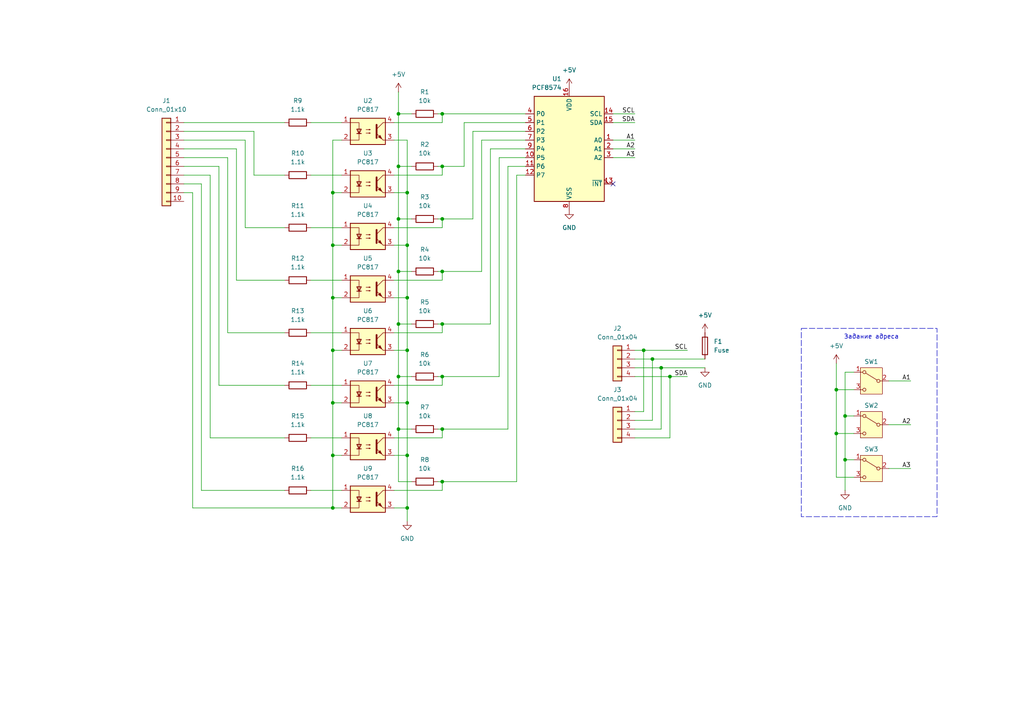
<source format=kicad_sch>
(kicad_sch (version 20231120) (generator "eeschema") (generator_version "8.0")
  (paper "A4")
  (lib_symbols
    (symbol "Connector_Generic:Conn_01x04" (pin_names (offset 1.016) hide)
      (property "Reference" "J" (at 0 5.08 0))
      (property "Value" "Conn_01x04" (at 0 -7.62 0))
      (symbol "Conn_01x04_1_1"
        (rectangle (start -1.27 -4.953) (end 0 -5.207) (stroke (width 0.1524)))
        (rectangle (start -1.27 -2.413) (end 0 -2.667) (stroke (width 0.1524)))
        (rectangle (start -1.27 0.127) (end 0 -0.127) (stroke (width 0.1524)))
        (rectangle (start -1.27 2.667) (end 0 2.413) (stroke (width 0.1524)))
        (rectangle (start -1.27 3.81) (end 1.27 -6.35) (stroke (width 0.254)) (fill (type background)))
        (pin passive line (at -5.08 2.54 0) (length 3.81) (name "Pin_1") (number "1"))
        (pin passive line (at -5.08 0 0) (length 3.81) (name "Pin_2") (number "2"))
        (pin passive line (at -5.08 -2.54 0) (length 3.81) (name "Pin_3") (number "3"))
        (pin passive line (at -5.08 -5.08 0) (length 3.81) (name "Pin_4") (number "4"))
      )
    )
    (symbol "Connector_Generic:Conn_01x10" (pin_names (offset 1.016) hide)
      (property "Reference" "J" (at 0 12.7 0))
      (property "Value" "Conn_01x10" (at 0 -15.24 0))
      (symbol "Conn_01x10_1_1"
        (rectangle (start -1.27 -12.573) (end 0 -12.827) (stroke (width 0.1524)))
        (rectangle (start -1.27 -10.033) (end 0 -10.287) (stroke (width 0.1524)))
        (rectangle (start -1.27 -7.493) (end 0 -7.747) (stroke (width 0.1524)))
        (rectangle (start -1.27 -4.953) (end 0 -5.207) (stroke (width 0.1524)))
        (rectangle (start -1.27 -2.413) (end 0 -2.667) (stroke (width 0.1524)))
        (rectangle (start -1.27 0.127) (end 0 -0.127) (stroke (width 0.1524)))
        (rectangle (start -1.27 2.667) (end 0 2.413) (stroke (width 0.1524)))
        (rectangle (start -1.27 5.207) (end 0 4.953) (stroke (width 0.1524)))
        (rectangle (start -1.27 7.747) (end 0 7.493) (stroke (width 0.1524)))
        (rectangle (start -1.27 10.287) (end 0 10.033) (stroke (width 0.1524)))
        (rectangle (start -1.27 11.43) (end 1.27 -13.97) (stroke (width 0.254)) (fill (type background)))
        (pin passive line (at -5.08 10.16 0) (length 3.81) (name "Pin_1") (number "1"))
        (pin passive line (at -5.08 -12.7 0) (length 3.81) (name "Pin_10") (number "10"))
        (pin passive line (at -5.08 7.62 0) (length 3.81) (name "Pin_2") (number "2"))
        (pin passive line (at -5.08 5.08 0) (length 3.81) (name "Pin_3") (number "3"))
        (pin passive line (at -5.08 2.54 0) (length 3.81) (name "Pin_4") (number "4"))
        (pin passive line (at -5.08 0 0) (length 3.81) (name "Pin_5") (number "5"))
        (pin passive line (at -5.08 -2.54 0) (length 3.81) (name "Pin_6") (number "6"))
        (pin passive line (at -5.08 -5.08 0) (length 3.81) (name "Pin_7") (number "7"))
        (pin passive line (at -5.08 -7.62 0) (length 3.81) (name "Pin_8") (number "8"))
        (pin passive line (at -5.08 -10.16 0) (length 3.81) (name "Pin_9") (number "9"))
      )
    )
    (symbol "Device:Fuse" (pin_numbers hide) (pin_names (offset 0))
      (property "Reference" "F" (at 2.032 0 90))
      (property "Value" "Fuse" (at -1.905 0 90))
      (symbol "Fuse_0_1"
        (rectangle (start -0.762 -2.54) (end 0.762 2.54) (stroke (width 0.254)))
        (polyline (pts (xy 0 2.54) (xy 0 -2.54)))
      )
      (symbol "Fuse_1_1"
        (pin passive line (at 0 3.81 270) (length 1.27) (name "~") (number "1"))
        (pin passive line (at 0 -3.81 90) (length 1.27) (name "~") (number "2"))
      )
    )
    (symbol "Device:R" (pin_numbers hide) (pin_names (offset 0))
      (property "Reference" "R" (at 2.032 0 90))
      (property "Value" "R" (at 0 0 90))
      (symbol "R_0_1"
        (rectangle (start -1.016 -2.54) (end 1.016 2.54) (stroke (width 0.254)))
      )
      (symbol "R_1_1"
        (pin passive line (at 0 3.81 270) (length 1.27) (name "~") (number "1"))
        (pin passive line (at 0 -3.81 90) (length 1.27) (name "~") (number "2"))
      )
    )
    (symbol "Interface_Expansion:PCF8574"
      (property "Reference" "U" (at -8.89 16.51 0))
      (property "Value" "PCF8574" (at 2.54 16.51 0))
      (symbol "PCF8574_0_1"
        (rectangle (start -10.16 15.24) (end 10.16 -15.24) (stroke (width 0.254)) (fill (type background)))
      )
      (symbol "PCF8574_1_1"
        (pin input line (at -12.7 2.54 0) (length 2.54) (name "A0") (number "1"))
        (pin bidirectional line (at 12.7 -2.54 180) (length 2.54) (name "P5") (number "10"))
        (pin bidirectional line (at 12.7 -5.08 180) (length 2.54) (name "P6") (number "11"))
        (pin bidirectional line (at 12.7 -7.62 180) (length 2.54) (name "P7") (number "12"))
        (pin open_collector output_low (at -12.7 -10.16 0) (length 2.54) (name "~{INT}") (number "13"))
        (pin input line (at -12.7 10.16 0) (length 2.54) (name "SCL") (number "14"))
        (pin bidirectional line (at -12.7 7.62 0) (length 2.54) (name "SDA") (number "15"))
        (pin power_in line (at 0 17.78 270) (length 2.54) (name "VDD") (number "16"))
        (pin input line (at -12.7 0 0) (length 2.54) (name "A1") (number "2"))
        (pin input line (at -12.7 -2.54 0) (length 2.54) (name "A2") (number "3"))
        (pin bidirectional line (at 12.7 10.16 180) (length 2.54) (name "P0") (number "4"))
        (pin bidirectional line (at 12.7 7.62 180) (length 2.54) (name "P1") (number "5"))
        (pin bidirectional line (at 12.7 5.08 180) (length 2.54) (name "P2") (number "6"))
        (pin bidirectional line (at 12.7 2.54 180) (length 2.54) (name "P3") (number "7"))
        (pin power_in line (at 0 -17.78 90) (length 2.54) (name "VSS") (number "8"))
        (pin bidirectional line (at 12.7 0 180) (length 2.54) (name "P4") (number "9"))
      )
    )
    (symbol "Isolator:PC817" (pin_names (offset 1.016))
      (property "Reference" "U" (at -5.08 5.08 0))
      (property "Value" "PC817" (at 0 5.08 0))
      (symbol "PC817_0_1"
        (rectangle (start -5.08 3.81) (end 5.08 -3.81) (stroke (width 0.254)) (fill (type background)))
        (polyline (pts (xy -3.175 -0.635) (xy -1.905 -0.635)) (stroke (width 0.254)))
        (polyline (pts (xy 2.54 0.635) (xy 4.445 2.54)))
        (polyline (pts (xy 4.445 -2.54) (xy 2.54 -0.635)) (fill (type outline)))
        (polyline (pts (xy 4.445 -2.54) (xy 5.08 -2.54)))
        (polyline (pts (xy 4.445 2.54) (xy 5.08 2.54)))
        (polyline (pts (xy -5.08 2.54) (xy -2.54 2.54) (xy -2.54 -0.635)))
        (polyline (pts (xy -2.54 -0.635) (xy -2.54 -2.54) (xy -5.08 -2.54)))
        (polyline (pts (xy 2.54 1.905) (xy 2.54 -1.905) (xy 2.54 -1.905)) (stroke (width 0.508)))
        (polyline (pts (xy -2.54 -0.635) (xy -3.175 0.635) (xy -1.905 0.635) (xy -2.54 -0.635)) (stroke (width 0.254)))
        (polyline (pts (xy -0.508 -0.508) (xy 0.762 -0.508) (xy 0.381 -0.635) (xy 0.381 -0.381) (xy 0.762 -0.508)))
        (polyline (pts (xy -0.508 0.508) (xy 0.762 0.508) (xy 0.381 0.381) (xy 0.381 0.635) (xy 0.762 0.508)))
        (polyline (pts (xy 3.048 -1.651) (xy 3.556 -1.143) (xy 4.064 -2.159) (xy 3.048 -1.651) (xy 3.048 -1.651)) (fill (type outline)))
      )
      (symbol "PC817_1_1"
        (pin passive line (at -7.62 2.54 0) (length 2.54) (name "~") (number "1"))
        (pin passive line (at -7.62 -2.54 0) (length 2.54) (name "~") (number "2"))
        (pin passive line (at 7.62 -2.54 180) (length 2.54) (name "~") (number "3"))
        (pin passive line (at 7.62 2.54 180) (length 2.54) (name "~") (number "4"))
      )
    )
    (symbol "Switch:SW_SPDT" (pin_names (offset 0) hide)
      (property "Reference" "SW" (at 0 5.08 0))
      (property "Value" "SW_SPDT" (at 0 -5.08 0))
      (symbol "SW_SPDT_0_1"
        (circle (center -2.032 0) (radius 0.4572))
        (polyline (pts (xy -1.651 0.254) (xy 1.651 2.286)))
        (circle (center 2.032 -2.54) (radius 0.4572))
        (circle (center 2.032 2.54) (radius 0.4572))
      )
      (symbol "SW_SPDT_1_1"
        (rectangle (start -3.175 3.81) (end 3.175 -3.81) (fill (type background)))
        (pin passive line (at 5.08 2.54 180) (length 2.54) (name "A") (number "1"))
        (pin passive line (at -5.08 0 0) (length 2.54) (name "B") (number "2"))
        (pin passive line (at 5.08 -2.54 180) (length 2.54) (name "C") (number "3"))
      )
    )
    (symbol "power:+5V" (power) (pin_numbers hide) (pin_names (offset 0) hide)
      (property "Value" "+5V" (at 0 3.556 0))
      (symbol "+5V_0_1"
        (polyline (pts (xy -0.762 1.27) (xy 0 2.54)))
        (polyline (pts (xy 0 0) (xy 0 2.54)))
        (polyline (pts (xy 0 2.54) (xy 0.762 1.27)))
      )
      (symbol "+5V_1_1"
        (pin power_in line (at 0 0 90) (length 0) (name "~") (number "1"))
      )
    )
    (symbol "power:GND" (power) (pin_numbers hide) (pin_names (offset 0) hide)
      (property "Value" "GND" (at 0 -3.81 0))
      (symbol "GND_0_1"
        (polyline (pts (xy 0 0) (xy 0 -1.27) (xy 1.27 -1.27) (xy 0 -2.54) (xy -1.27 -1.27) (xy 0 -1.27)))
      )
      (symbol "GND_1_1"
        (pin power_in line (at 0 0 270) (length 0) (name "~") (number "1"))
      )
    )
  )
  (junction (at 118.11 71.12))
  (junction (at 118.11 55.88))
  (junction (at 242.57 125.73))
  (junction (at 115.57 48.26))
  (junction (at 115.57 78.74))
  (junction (at 242.57 113.03))
  (junction (at 118.11 101.6))
  (junction (at 96.52 132.08))
  (junction (at 128.27 63.5))
  (junction (at 115.57 109.22))
  (junction (at 194.31 109.22))
  (junction (at 96.52 101.6))
  (junction (at 128.27 78.74))
  (junction (at 118.11 132.08))
  (junction (at 115.57 63.5))
  (junction (at 186.69 101.6))
  (junction (at 245.11 133.35))
  (junction (at 128.27 124.46))
  (junction (at 128.27 33.02))
  (junction (at 118.11 116.84))
  (junction (at 128.27 48.26))
  (junction (at 128.27 93.98))
  (junction (at 118.11 86.36))
  (junction (at 96.52 147.32))
  (junction (at 245.11 120.65))
  (junction (at 96.52 116.84))
  (junction (at 115.57 124.46))
  (junction (at 96.52 55.88))
  (junction (at 115.57 33.02))
  (junction (at 115.57 93.98))
  (junction (at 118.11 147.32))
  (junction (at 191.77 106.68))
  (junction (at 128.27 109.22))
  (junction (at 189.23 104.14))
  (junction (at 96.52 71.12))
  (junction (at 96.52 86.36))
  (junction (at 128.27 139.7))
  (no_connect (at 177.8 53.34))
  (wire (pts (xy 177.8 40.64) (xy 184.15 40.64)))
  (wire (pts (xy 134.62 48.26) (xy 134.62 35.56)))
  (wire (pts (xy 147.32 48.26) (xy 147.32 124.46)))
  (wire (pts (xy 149.86 50.8) (xy 149.86 139.7)))
  (wire (pts (xy 119.38 93.98) (xy 115.57 93.98)))
  (wire (pts (xy 90.17 66.04) (xy 99.06 66.04)))
  (wire (pts (xy 53.34 53.34) (xy 58.42 53.34)))
  (wire (pts (xy 53.34 55.88) (xy 55.88 55.88)))
  (wire (pts (xy 191.77 106.68) (xy 204.47 106.68)))
  (wire (pts (xy 115.57 124.46) (xy 115.57 139.7)))
  (wire (pts (xy 90.17 35.56) (xy 99.06 35.56)))
  (wire (pts (xy 73.66 50.8) (xy 82.55 50.8)))
  (wire (pts (xy 128.27 48.26) (xy 128.27 50.8)))
  (wire (pts (xy 128.27 63.5) (xy 137.16 63.5)))
  (wire (pts (xy 127 48.26) (xy 128.27 48.26)))
  (wire (pts (xy 118.11 116.84) (xy 118.11 132.08)))
  (wire (pts (xy 96.52 116.84) (xy 99.06 116.84)))
  (wire (pts (xy 115.57 33.02) (xy 115.57 26.67)))
  (wire (pts (xy 128.27 33.02) (xy 152.4 33.02)))
  (wire (pts (xy 60.96 127) (xy 60.96 50.8)))
  (wire (pts (xy 114.3 127) (xy 128.27 127)))
  (wire (pts (xy 247.65 107.95) (xy 245.11 107.95)))
  (wire (pts (xy 96.52 132.08) (xy 96.52 116.84)))
  (wire (pts (xy 114.3 66.04) (xy 128.27 66.04)))
  (wire (pts (xy 118.11 71.12) (xy 118.11 86.36)))
  (wire (pts (xy 96.52 55.88) (xy 99.06 55.88)))
  (wire (pts (xy 96.52 116.84) (xy 96.52 101.6)))
  (wire (pts (xy 114.3 116.84) (xy 118.11 116.84)))
  (wire (pts (xy 114.3 147.32) (xy 118.11 147.32)))
  (wire (pts (xy 128.27 139.7) (xy 149.86 139.7)))
  (wire (pts (xy 184.15 121.92) (xy 189.23 121.92)))
  (wire (pts (xy 247.65 138.43) (xy 242.57 138.43)))
  (wire (pts (xy 186.69 119.38) (xy 186.69 101.6)))
  (wire (pts (xy 194.31 127) (xy 194.31 109.22)))
  (wire (pts (xy 128.27 139.7) (xy 128.27 142.24)))
  (wire (pts (xy 245.11 107.95) (xy 245.11 120.65)))
  (wire (pts (xy 152.4 50.8) (xy 149.86 50.8)))
  (wire (pts (xy 137.16 38.1) (xy 137.16 63.5)))
  (wire (pts (xy 90.17 127) (xy 99.06 127)))
  (wire (pts (xy 257.81 110.49) (xy 264.16 110.49)))
  (wire (pts (xy 118.11 55.88) (xy 118.11 71.12)))
  (wire (pts (xy 191.77 124.46) (xy 191.77 106.68)))
  (wire (pts (xy 194.31 109.22) (xy 199.39 109.22)))
  (wire (pts (xy 63.5 111.76) (xy 82.55 111.76)))
  (wire (pts (xy 114.3 71.12) (xy 118.11 71.12)))
  (wire (pts (xy 177.8 45.72) (xy 184.15 45.72)))
  (wire (pts (xy 82.55 127) (xy 60.96 127)))
  (wire (pts (xy 242.57 125.73) (xy 242.57 138.43)))
  (wire (pts (xy 90.17 111.76) (xy 99.06 111.76)))
  (wire (pts (xy 144.78 45.72) (xy 144.78 109.22)))
  (wire (pts (xy 177.8 43.18) (xy 184.15 43.18)))
  (wire (pts (xy 114.3 55.88) (xy 118.11 55.88)))
  (wire (pts (xy 127 124.46) (xy 128.27 124.46)))
  (wire (pts (xy 96.52 86.36) (xy 96.52 71.12)))
  (wire (pts (xy 90.17 81.28) (xy 99.06 81.28)))
  (wire (pts (xy 184.15 104.14) (xy 189.23 104.14)))
  (wire (pts (xy 152.4 48.26) (xy 147.32 48.26)))
  (wire (pts (xy 115.57 109.22) (xy 115.57 124.46)))
  (wire (pts (xy 53.34 40.64) (xy 71.12 40.64)))
  (wire (pts (xy 96.52 101.6) (xy 99.06 101.6)))
  (wire (pts (xy 114.3 101.6) (xy 118.11 101.6)))
  (wire (pts (xy 53.34 45.72) (xy 66.04 45.72)))
  (wire (pts (xy 184.15 119.38) (xy 186.69 119.38)))
  (wire (pts (xy 134.62 35.56) (xy 152.4 35.56)))
  (wire (pts (xy 119.38 63.5) (xy 115.57 63.5)))
  (wire (pts (xy 245.11 120.65) (xy 245.11 133.35)))
  (wire (pts (xy 114.3 86.36) (xy 118.11 86.36)))
  (wire (pts (xy 177.8 33.02) (xy 184.15 33.02)))
  (wire (pts (xy 139.7 40.64) (xy 139.7 78.74)))
  (wire (pts (xy 142.24 43.18) (xy 142.24 93.98)))
  (wire (pts (xy 189.23 121.92) (xy 189.23 104.14)))
  (wire (pts (xy 184.15 109.22) (xy 194.31 109.22)))
  (wire (pts (xy 115.57 78.74) (xy 115.57 63.5)))
  (wire (pts (xy 115.57 48.26) (xy 115.57 63.5)))
  (wire (pts (xy 68.58 81.28) (xy 82.55 81.28)))
  (wire (pts (xy 96.52 101.6) (xy 96.52 86.36)))
  (wire (pts (xy 96.52 86.36) (xy 99.06 86.36)))
  (wire (pts (xy 127 78.74) (xy 128.27 78.74)))
  (wire (pts (xy 53.34 38.1) (xy 73.66 38.1)))
  (wire (pts (xy 96.52 147.32) (xy 96.52 132.08)))
  (wire (pts (xy 127 93.98) (xy 128.27 93.98)))
  (wire (pts (xy 96.52 147.32) (xy 99.06 147.32)))
  (wire (pts (xy 114.3 132.08) (xy 118.11 132.08)))
  (wire (pts (xy 53.34 50.8) (xy 60.96 50.8)))
  (wire (pts (xy 152.4 40.64) (xy 139.7 40.64)))
  (wire (pts (xy 58.42 142.24) (xy 82.55 142.24)))
  (wire (pts (xy 118.11 101.6) (xy 118.11 116.84)))
  (wire (pts (xy 119.38 48.26) (xy 115.57 48.26)))
  (wire (pts (xy 128.27 124.46) (xy 128.27 127)))
  (wire (pts (xy 114.3 111.76) (xy 128.27 111.76)))
  (wire (pts (xy 127 109.22) (xy 128.27 109.22)))
  (wire (pts (xy 96.52 71.12) (xy 96.52 55.88)))
  (wire (pts (xy 152.4 43.18) (xy 142.24 43.18)))
  (wire (pts (xy 82.55 66.04) (xy 71.12 66.04)))
  (wire (pts (xy 63.5 48.26) (xy 63.5 111.76)))
  (wire (pts (xy 119.38 33.02) (xy 115.57 33.02)))
  (wire (pts (xy 184.15 101.6) (xy 186.69 101.6)))
  (wire (pts (xy 119.38 124.46) (xy 115.57 124.46)))
  (wire (pts (xy 53.34 48.26) (xy 63.5 48.26)))
  (wire (pts (xy 96.52 40.64) (xy 99.06 40.64)))
  (wire (pts (xy 247.65 133.35) (xy 245.11 133.35)))
  (wire (pts (xy 257.81 135.89) (xy 264.16 135.89)))
  (wire (pts (xy 55.88 55.88) (xy 55.88 147.32)))
  (wire (pts (xy 114.3 81.28) (xy 128.27 81.28)))
  (wire (pts (xy 128.27 48.26) (xy 134.62 48.26)))
  (wire (pts (xy 127 139.7) (xy 128.27 139.7)))
  (wire (pts (xy 128.27 33.02) (xy 127 33.02)))
  (wire (pts (xy 247.65 113.03) (xy 242.57 113.03)))
  (wire (pts (xy 128.27 93.98) (xy 128.27 96.52)))
  (wire (pts (xy 127 63.5) (xy 128.27 63.5)))
  (wire (pts (xy 115.57 93.98) (xy 115.57 109.22)))
  (wire (pts (xy 90.17 96.52) (xy 99.06 96.52)))
  (wire (pts (xy 184.15 127) (xy 194.31 127)))
  (wire (pts (xy 247.65 120.65) (xy 245.11 120.65)))
  (wire (pts (xy 53.34 35.56) (xy 82.55 35.56)))
  (wire (pts (xy 96.52 55.88) (xy 96.52 40.64)))
  (wire (pts (xy 114.3 50.8) (xy 128.27 50.8)))
  (wire (pts (xy 118.11 86.36) (xy 118.11 101.6)))
  (wire (pts (xy 128.27 124.46) (xy 147.32 124.46)))
  (wire (pts (xy 119.38 139.7) (xy 115.57 139.7)))
  (wire (pts (xy 73.66 38.1) (xy 73.66 50.8)))
  (wire (pts (xy 242.57 113.03) (xy 242.57 125.73)))
  (wire (pts (xy 189.23 104.14) (xy 204.47 104.14)))
  (wire (pts (xy 115.57 78.74) (xy 115.57 93.98)))
  (wire (pts (xy 118.11 147.32) (xy 118.11 151.13)))
  (wire (pts (xy 128.27 109.22) (xy 144.78 109.22)))
  (wire (pts (xy 96.52 132.08) (xy 99.06 132.08)))
  (wire (pts (xy 245.11 133.35) (xy 245.11 142.24)))
  (wire (pts (xy 128.27 78.74) (xy 139.7 78.74)))
  (wire (pts (xy 118.11 40.64) (xy 118.11 55.88)))
  (wire (pts (xy 82.55 96.52) (xy 66.04 96.52)))
  (wire (pts (xy 119.38 78.74) (xy 115.57 78.74)))
  (wire (pts (xy 53.34 43.18) (xy 68.58 43.18)))
  (wire (pts (xy 152.4 38.1) (xy 137.16 38.1)))
  (wire (pts (xy 177.8 35.56) (xy 184.15 35.56)))
  (wire (pts (xy 68.58 43.18) (xy 68.58 81.28)))
  (wire (pts (xy 186.69 101.6) (xy 199.39 101.6)))
  (wire (pts (xy 242.57 113.03) (xy 242.57 105.41)))
  (wire (pts (xy 114.3 35.56) (xy 128.27 35.56)))
  (wire (pts (xy 152.4 45.72) (xy 144.78 45.72)))
  (wire (pts (xy 118.11 132.08) (xy 118.11 147.32)))
  (wire (pts (xy 66.04 96.52) (xy 66.04 45.72)))
  (wire (pts (xy 128.27 35.56) (xy 128.27 33.02)))
  (wire (pts (xy 128.27 93.98) (xy 142.24 93.98)))
  (wire (pts (xy 55.88 147.32) (xy 96.52 147.32)))
  (wire (pts (xy 115.57 48.26) (xy 115.57 33.02)))
  (wire (pts (xy 114.3 40.64) (xy 118.11 40.64)))
  (wire (pts (xy 96.52 71.12) (xy 99.06 71.12)))
  (wire (pts (xy 114.3 142.24) (xy 128.27 142.24)))
  (wire (pts (xy 128.27 109.22) (xy 128.27 111.76)))
  (wire (pts (xy 90.17 142.24) (xy 99.06 142.24)))
  (wire (pts (xy 90.17 50.8) (xy 99.06 50.8)))
  (wire (pts (xy 114.3 96.52) (xy 128.27 96.52)))
  (wire (pts (xy 257.81 123.19) (xy 264.16 123.19)))
  (wire (pts (xy 184.15 106.68) (xy 191.77 106.68)))
  (wire (pts (xy 247.65 125.73) (xy 242.57 125.73)))
  (wire (pts (xy 119.38 109.22) (xy 115.57 109.22)))
  (wire (pts (xy 128.27 63.5) (xy 128.27 66.04)))
  (wire (pts (xy 128.27 78.74) (xy 128.27 81.28)))
  (wire (pts (xy 71.12 66.04) (xy 71.12 40.64)))
  (wire (pts (xy 58.42 53.34) (xy 58.42 142.24)))
  (wire (pts (xy 184.15 124.46) (xy 191.77 124.46)))
  (rectangle (start 232.41 95.25) (end 271.78 149.86) (stroke (width 0) (type dash)))
  (text "Непонятно, на основании чего автор берет токоограничивающий резистор \nдля оптопары номиналом 1Kom. Если сам же пишет, что напряжение питания 1,2 В, \nпри токе 20 мА (0,02 А), осталось добавить U на выходе из МК. \nЕсли взять из расчета что МК работает от 3,3V, и на выходе у нас не больше \nэтого значения будет. Делаем расчет и получаем R = (3.3 - 1.2)/0.02 = 105Ом.\nА если учесть что для esp8266 максимальный ток с пина GPIO - не более 12 мА.\n Берм туже формулу R = (Uпит - Uпад)/I = 140Ом." (at 47.244 230.632 0) (effects (font (size 1.27 1.27))))
  (text "Задание адреса" (at 252.73 97.79 0) (effects (font (size 1.27 1.27))))
  (label "SDA" (at 184.15 35.56 180))
  (label "A2" (at 264.16 123.19 180))
  (label "SDA" (at 199.39 109.22 180))
  (label "A1" (at 264.16 110.49 180))
  (label "A3" (at 264.16 135.89 180))
  (label "A1" (at 184.15 40.64 180))
  (label "A2" (at 184.15 43.18 180))
  (label "A3" (at 184.15 45.72 180))
  (label "SCL" (at 184.15 33.02 180))
  (label "SCL" (at 199.39 101.6 180))
  (symbol (lib_id "Isolator:PC817") (at 106.68 144.78 0) (unit 1)
    (property "Reference" "U9" (at 106.68 135.89 0))
    (property "Value" "PC817" (at 106.68 138.43 0))
    (property "Footprint" "Package_DIP:DIP-4_W7.62mm" (effects (hide yes)))
    (property "Datasheet" "http://www.soselectronic.cz/a_info/resource/d/pc817.pdf" (effects (hide yes)))
    (property "Description" "DC Optocoupler, Vce 35V, CTR 50-300%, DIP-4" (effects (hide yes)))
  )
  (symbol (lib_id "Device:R") (at 86.36 66.04 90) (unit 1)
    (property "Reference" "R11" (at 86.36 59.69 90))
    (property "Value" "1.1k" (at 86.36 62.23 90))
    (property "Description" "Resistor" (effects (hide yes)))
  )
  (symbol (lib_id "Device:R") (at 86.36 96.52 90) (unit 1)
    (property "Reference" "R13" (at 86.36 90.17 90))
    (property "Value" "1.1k" (at 86.36 92.71 90))
    (property "Description" "Resistor" (effects (hide yes)))
  )
  (symbol (lib_id "Connector_Generic:Conn_01x04") (at 179.07 104.14 0) (mirror y) (unit 1)
    (property "Reference" "J2" (at 179.07 95.25 0))
    (property "Value" "Conn_01x04" (at 179.07 97.79 0))
    (property "Footprint" "Connector_PinHeader_2.54mm:PinHeader_1x04_P2.54mm_Horizontal" (effects (hide yes)))
    (property "Description" "Generic connector, single row, 01x04, script generated (kicad-library-utils/schlib/autogen/connector/)" (effects (hide yes)))
  )
  (symbol (lib_id "Device:R") (at 123.19 109.22 90) (unit 1)
    (property "Reference" "R6" (at 123.19 102.87 90))
    (property "Value" "10k" (at 123.19 105.41 90))
    (property "Description" "Resistor" (effects (hide yes)))
  )
  (symbol (lib_id "power:+5V") (at 204.47 96.52 0) (unit 1)
    (property "Reference" "#PWR03" (effects (hide yes)))
    (property "Value" "+5V" (at 204.47 91.44 0))
    (property "Description" "Power symbol creates a global label with name \"+5V\"" (effects (hide yes)))
  )
  (symbol (lib_id "Device:R") (at 123.19 78.74 90) (unit 1)
    (property "Reference" "R4" (at 123.19 72.39 90))
    (property "Value" "10k" (at 123.19 74.93 90))
    (property "Description" "Resistor" (effects (hide yes)))
  )
  (symbol (lib_id "Device:Fuse") (at 204.47 100.33 0) (unit 1)
    (property "Reference" "F1" (at 207.01 99.0599 0) (effects (justify left)))
    (property "Value" "Fuse" (at 207.01 101.5999 0) (effects (justify left)))
    (property "Footprint" "Fuse:Fuseholder_Cylinder-5x20mm_Schurter_0031_8201_Horizontal_Open" (effects (hide yes)))
    (property "Description" "Fuse" (effects (hide yes)))
  )
  (symbol (lib_id "Device:R") (at 123.19 33.02 90) (unit 1)
    (property "Reference" "R1" (at 123.19 26.67 90))
    (property "Value" "10k" (at 123.19 29.21 90))
    (property "Description" "Resistor" (effects (hide yes)))
  )
  (symbol (lib_id "Device:R") (at 123.19 124.46 90) (unit 1)
    (property "Reference" "R7" (at 123.19 118.11 90))
    (property "Value" "10k" (at 123.19 120.65 90))
    (property "Description" "Resistor" (effects (hide yes)))
  )
  (symbol (lib_id "Isolator:PC817") (at 106.68 114.3 0) (unit 1)
    (property "Reference" "U7" (at 106.68 105.41 0))
    (property "Value" "PC817" (at 106.68 107.95 0))
    (property "Footprint" "Package_DIP:DIP-4_W7.62mm" (effects (hide yes)))
    (property "Datasheet" "http://www.soselectronic.cz/a_info/resource/d/pc817.pdf" (effects (hide yes)))
    (property "Description" "DC Optocoupler, Vce 35V, CTR 50-300%, DIP-4" (effects (hide yes)))
  )
  (symbol (lib_id "Isolator:PC817") (at 106.68 68.58 0) (unit 1)
    (property "Reference" "U4" (at 106.68 59.69 0))
    (property "Value" "PC817" (at 106.68 62.23 0))
    (property "Footprint" "Package_DIP:DIP-4_W7.62mm" (effects (hide yes)))
    (property "Datasheet" "http://www.soselectronic.cz/a_info/resource/d/pc817.pdf" (effects (hide yes)))
    (property "Description" "DC Optocoupler, Vce 35V, CTR 50-300%, DIP-4" (effects (hide yes)))
  )
  (symbol (lib_id "Connector_Generic:Conn_01x04") (at 179.07 121.92 0) (mirror y) (unit 1)
    (property "Reference" "J3" (at 179.07 113.03 0))
    (property "Value" "Conn_01x04" (at 179.07 115.57 0))
    (property "Footprint" "Connector_PinHeader_2.54mm:PinHeader_1x04_P2.54mm_Horizontal" (effects (hide yes)))
    (property "Description" "Generic connector, single row, 01x04, script generated (kicad-library-utils/schlib/autogen/connector/)" (effects (hide yes)))
  )
  (symbol (lib_id "power:+5V") (at 115.57 26.67 0) (unit 1)
    (property "Reference" "#PWR01" (effects (hide yes)))
    (property "Value" "+5V" (at 115.57 21.59 0))
    (property "Description" "Power symbol creates a global label with name \"+5V\"" (effects (hide yes)))
  )
  (symbol (lib_id "power:GND") (at 204.47 106.68 0) (unit 1)
    (property "Reference" "#PWR04" (effects (hide yes)))
    (property "Value" "GND" (at 204.47 111.76 0))
    (property "Description" "Power symbol creates a global label with name \"GND\" , ground" (effects (hide yes)))
  )
  (symbol (lib_id "Device:R") (at 86.36 127 90) (unit 1)
    (property "Reference" "R15" (at 86.36 120.65 90))
    (property "Value" "1.1k" (at 86.36 123.19 90))
    (property "Description" "Resistor" (effects (hide yes)))
  )
  (symbol (lib_id "Switch:SW_SPDT") (at 252.73 135.89 0) (mirror y) (unit 1)
    (property "Reference" "SW3" (at 252.73 130.302 0))
    (property "Value" "SW_SPDT" (effects (hide yes)))
    (property "Footprint" "Button_Switch_THT:SW_Slide_SPDT_Straight_CK_OS102011MS2Q" (effects (hide yes)))
    (property "Description" "Switch, single pole double throw" (effects (hide yes)))
  )
  (symbol (lib_id "Switch:SW_SPDT") (at 252.73 123.19 0) (mirror y) (unit 1)
    (property "Reference" "SW2" (at 252.73 117.602 0))
    (property "Value" "SW_SPDT" (effects (hide yes)))
    (property "Footprint" "Button_Switch_THT:SW_Slide_SPDT_Straight_CK_OS102011MS2Q" (effects (hide yes)))
    (property "Description" "Switch, single pole double throw" (effects (hide yes)))
  )
  (symbol (lib_id "Device:R") (at 86.36 35.56 90) (unit 1)
    (property "Reference" "R9" (at 86.36 29.21 90))
    (property "Value" "1.1k" (at 86.36 31.75 90))
    (property "Description" "Resistor" (effects (hide yes)))
  )
  (symbol (lib_id "Device:R") (at 123.19 93.98 90) (unit 1)
    (property "Reference" "R5" (at 123.19 87.63 90))
    (property "Value" "10k" (at 123.19 90.17 90))
    (property "Description" "Resistor" (effects (hide yes)))
  )
  (symbol (lib_id "Device:R") (at 86.36 142.24 90) (unit 1)
    (property "Reference" "R16" (at 86.36 135.89 90))
    (property "Value" "1.1k" (at 86.36 138.43 90))
    (property "Description" "Resistor" (effects (hide yes)))
  )
  (symbol (lib_id "Connector_Generic:Conn_01x10") (at 48.26 45.72 0) (mirror y) (unit 1)
    (property "Reference" "J1" (at 48.26 29.21 0))
    (property "Value" "Conn_01x10" (at 48.26 31.75 0))
    (property "Description" "Generic connector, single row, 01x10, script generated (kicad-library-utils/schlib/autogen/connector/)" (effects (hide yes)))
  )
  (symbol (lib_id "Isolator:PC817") (at 106.68 99.06 0) (unit 1)
    (property "Reference" "U6" (at 106.68 90.17 0))
    (property "Value" "PC817" (at 106.68 92.71 0))
    (property "Footprint" "Package_DIP:DIP-4_W7.62mm" (effects (hide yes)))
    (property "Datasheet" "http://www.soselectronic.cz/a_info/resource/d/pc817.pdf" (effects (hide yes)))
    (property "Description" "DC Optocoupler, Vce 35V, CTR 50-300%, DIP-4" (effects (hide yes)))
  )
  (symbol (lib_id "Device:R") (at 86.36 50.8 90) (unit 1)
    (property "Reference" "R10" (at 86.36 44.45 90))
    (property "Value" "1.1k" (at 86.36 46.99 90))
    (property "Description" "Resistor" (effects (hide yes)))
  )
  (symbol (lib_id "Interface_Expansion:PCF8574") (at 165.1 43.18 0) (mirror y) (unit 1)
    (property "Reference" "U1" (at 162.9059 22.86 0) (effects (justify left)))
    (property "Value" "PCF8574" (at 162.9059 25.4 0) (effects (justify left)))
    (property "Datasheet" "http://www.nxp.com/docs/en/data-sheet/PCF8574_PCF8574A.pdf" (effects (hide yes)))
    (property "Description" "8 Bit Port/Expander to I2C Bus, DIP/SOIC-16" (effects (hide yes)))
  )
  (symbol (lib_id "Isolator:PC817") (at 106.68 129.54 0) (unit 1)
    (property "Reference" "U8" (at 106.68 120.65 0))
    (property "Value" "PC817" (at 106.68 123.19 0))
    (property "Footprint" "Package_DIP:DIP-4_W7.62mm" (effects (hide yes)))
    (property "Datasheet" "http://www.soselectronic.cz/a_info/resource/d/pc817.pdf" (effects (hide yes)))
    (property "Description" "DC Optocoupler, Vce 35V, CTR 50-300%, DIP-4" (effects (hide yes)))
  )
  (symbol (lib_id "Switch:SW_SPDT") (at 252.73 110.49 0) (mirror y) (unit 1)
    (property "Reference" "SW1" (at 252.73 104.902 0))
    (property "Value" "SW_SPDT" (effects (hide yes)))
    (property "Footprint" "Button_Switch_THT:SW_Slide_SPDT_Straight_CK_OS102011MS2Q" (effects (hide yes)))
    (property "Description" "Switch, single pole double throw" (effects (hide yes)))
  )
  (symbol (lib_id "Device:R") (at 86.36 81.28 90) (unit 1)
    (property "Reference" "R12" (at 86.36 74.93 90))
    (property "Value" "1.1k" (at 86.36 77.47 90))
    (property "Description" "Resistor" (effects (hide yes)))
  )
  (symbol (lib_id "power:+5V") (at 242.57 105.41 0) (unit 1)
    (property "Reference" "#PWR05" (effects (hide yes)))
    (property "Value" "+5V" (at 242.57 100.33 0))
    (property "Description" "Power symbol creates a global label with name \"+5V\"" (effects (hide yes)))
  )
  (symbol (lib_id "Device:R") (at 123.19 48.26 90) (unit 1)
    (property "Reference" "R2" (at 123.19 41.91 90))
    (property "Value" "10k" (at 123.19 44.45 90))
    (property "Description" "Resistor" (effects (hide yes)))
  )
  (symbol (lib_id "Isolator:PC817") (at 106.68 38.1 0) (unit 1)
    (property "Reference" "U2" (at 106.68 29.21 0))
    (property "Value" "PC817" (at 106.68 31.75 0))
    (property "Footprint" "Package_DIP:DIP-4_W7.62mm" (effects (hide yes)))
    (property "Datasheet" "http://www.soselectronic.cz/a_info/resource/d/pc817.pdf" (effects (hide yes)))
    (property "Description" "DC Optocoupler, Vce 35V, CTR 50-300%, DIP-4" (effects (hide yes)))
  )
  (symbol (lib_id "Device:R") (at 86.36 111.76 90) (unit 1)
    (property "Reference" "R14" (at 86.36 105.41 90))
    (property "Value" "1.1k" (at 86.36 107.95 90))
    (property "Description" "Resistor" (effects (hide yes)))
  )
  (symbol (lib_id "power:GND") (at 118.11 151.13 0) (unit 1)
    (property "Reference" "#PWR02" (effects (hide yes)))
    (property "Value" "GND" (at 118.11 156.21 0))
    (property "Description" "Power symbol creates a global label with name \"GND\" , ground" (effects (hide yes)))
  )
  (symbol (lib_id "Device:R") (at 123.19 139.7 90) (unit 1)
    (property "Reference" "R8" (at 123.19 133.35 90))
    (property "Value" "10k" (at 123.19 135.89 90))
    (property "Description" "Resistor" (effects (hide yes)))
  )
  (symbol (lib_id "power:GND") (at 165.1 60.96 0) (unit 1)
    (property "Reference" "#PWR08" (effects (hide yes)))
    (property "Value" "GND" (at 165.1 66.04 0))
    (property "Description" "Power symbol creates a global label with name \"GND\" , ground" (effects (hide yes)))
  )
  (symbol (lib_id "Isolator:PC817") (at 106.68 83.82 0) (unit 1)
    (property "Reference" "U5" (at 106.68 74.93 0))
    (property "Value" "PC817" (at 106.68 77.47 0))
    (property "Footprint" "Package_DIP:DIP-4_W7.62mm" (effects (hide yes)))
    (property "Datasheet" "http://www.soselectronic.cz/a_info/resource/d/pc817.pdf" (effects (hide yes)))
    (property "Description" "DC Optocoupler, Vce 35V, CTR 50-300%, DIP-4" (effects (hide yes)))
  )
  (symbol (lib_id "Isolator:PC817") (at 106.68 53.34 0) (unit 1)
    (property "Reference" "U3" (at 106.68 44.45 0))
    (property "Value" "PC817" (at 106.68 46.99 0))
    (property "Footprint" "Package_DIP:DIP-4_W7.62mm" (effects (hide yes)))
    (property "Datasheet" "http://www.soselectronic.cz/a_info/resource/d/pc817.pdf" (effects (hide yes)))
    (property "Description" "DC Optocoupler, Vce 35V, CTR 50-300%, DIP-4" (effects (hide yes)))
  )
  (symbol (lib_id "Device:R") (at 123.19 63.5 90) (unit 1)
    (property "Reference" "R3" (at 123.19 57.15 90))
    (property "Value" "10k" (at 123.19 59.69 90))
    (property "Description" "Resistor" (effects (hide yes)))
  )
  (symbol (lib_id "power:+5V") (at 165.1 25.4 0) (unit 1)
    (property "Reference" "#PWR07" (effects (hide yes)))
    (property "Value" "+5V" (at 165.1 20.32 0))
    (property "Description" "Power symbol creates a global label with name \"+5V\"" (effects (hide yes)))
  )
  (symbol (lib_id "power:GND") (at 245.11 142.24 0) (unit 1)
    (property "Reference" "#PWR06" (effects (hide yes)))
    (property "Value" "GND" (at 245.11 147.32 0))
    (property "Description" "Power symbol creates a global label with name \"GND\" , ground" (effects (hide yes)))
  )
)
</source>
